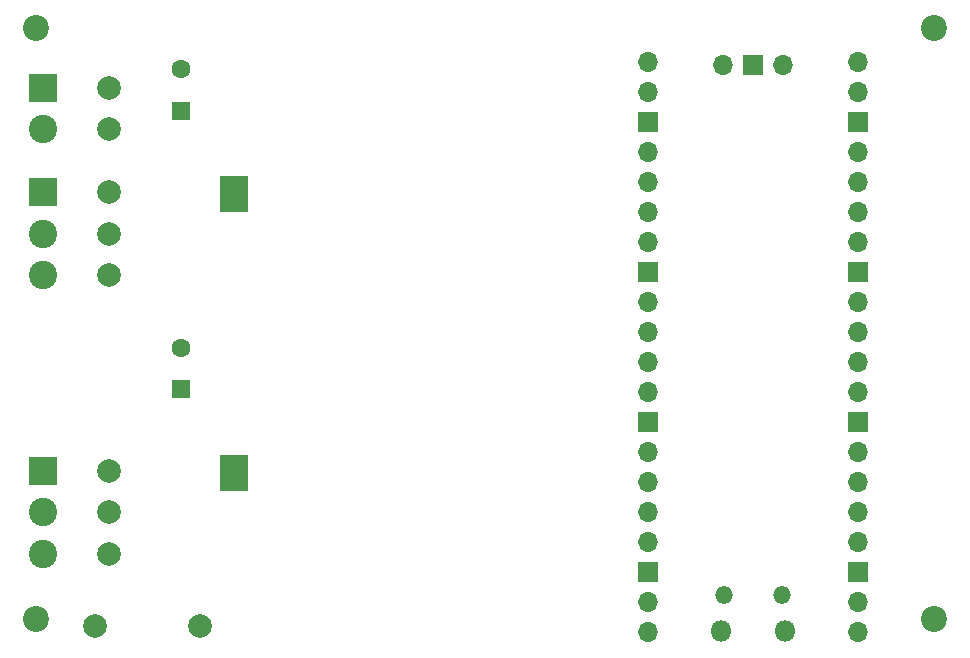
<source format=gbs>
G04 #@! TF.GenerationSoftware,KiCad,Pcbnew,(6.0.2)*
G04 #@! TF.CreationDate,2023-01-29T12:52:02-08:00*
G04 #@! TF.ProjectId,ripplecounter,72697070-6c65-4636-9f75-6e7465722e6b,rev?*
G04 #@! TF.SameCoordinates,Original*
G04 #@! TF.FileFunction,Soldermask,Bot*
G04 #@! TF.FilePolarity,Negative*
%FSLAX46Y46*%
G04 Gerber Fmt 4.6, Leading zero omitted, Abs format (unit mm)*
G04 Created by KiCad (PCBNEW (6.0.2)) date 2023-01-29 12:52:02*
%MOMM*%
%LPD*%
G01*
G04 APERTURE LIST*
%ADD10C,1.500000*%
%ADD11R,2.410000X3.100000*%
%ADD12C,2.000000*%
%ADD13R,1.600000X1.600000*%
%ADD14C,1.600000*%
%ADD15C,2.200000*%
%ADD16O,1.700000X1.700000*%
%ADD17R,1.700000X1.700000*%
%ADD18O,1.800000X1.800000*%
%ADD19O,1.500000X1.500000*%
%ADD20R,2.400000X2.400000*%
%ADD21C,2.400000*%
G04 APERTURE END LIST*
D10*
X69765000Y-91385000D03*
D11*
X69765000Y-90635000D03*
D10*
X69765000Y-89885000D03*
X69765000Y-67785000D03*
D11*
X69765000Y-67035000D03*
D10*
X69765000Y-66285000D03*
D12*
X59215000Y-61550000D03*
D13*
X65300000Y-83596250D03*
D14*
X65300000Y-80096250D03*
D12*
X59215000Y-90500000D03*
X57950000Y-103600000D03*
X59215000Y-73900000D03*
D13*
X65300000Y-59996250D03*
D14*
X65300000Y-56496250D03*
D15*
X129000000Y-53000000D03*
D16*
X111160000Y-56125000D03*
D17*
X113700000Y-56125000D03*
D16*
X116240000Y-56125000D03*
X104810000Y-104155000D03*
X104810000Y-101615000D03*
D17*
X104810000Y-99075000D03*
D16*
X104810000Y-96535000D03*
X104810000Y-93995000D03*
X104810000Y-91455000D03*
X104810000Y-88915000D03*
D17*
X104810000Y-86375000D03*
D16*
X104810000Y-83835000D03*
X104810000Y-81295000D03*
X104810000Y-78755000D03*
X104810000Y-76215000D03*
D17*
X104810000Y-73675000D03*
D16*
X104810000Y-71135000D03*
X104810000Y-68595000D03*
X104810000Y-66055000D03*
X104810000Y-63515000D03*
D17*
X104810000Y-60975000D03*
D16*
X104810000Y-58435000D03*
X104810000Y-55895000D03*
X122590000Y-55895000D03*
X122590000Y-58435000D03*
D17*
X122590000Y-60975000D03*
D16*
X122590000Y-63515000D03*
X122590000Y-66055000D03*
X122590000Y-68595000D03*
X122590000Y-71135000D03*
D17*
X122590000Y-73675000D03*
D16*
X122590000Y-76215000D03*
X122590000Y-78755000D03*
X122590000Y-81295000D03*
X122590000Y-83835000D03*
D17*
X122590000Y-86375000D03*
D16*
X122590000Y-88915000D03*
X122590000Y-91455000D03*
X122590000Y-93995000D03*
X122590000Y-96535000D03*
D17*
X122590000Y-99075000D03*
D16*
X122590000Y-101615000D03*
X122590000Y-104155000D03*
D18*
X110975000Y-104025000D03*
X116425000Y-104025000D03*
D19*
X111275000Y-100995000D03*
X116125000Y-100995000D03*
D15*
X129000000Y-103000000D03*
D20*
X53615000Y-58050000D03*
D21*
X53615000Y-61550000D03*
D15*
X53000000Y-103000000D03*
D12*
X59215000Y-58050000D03*
X59215000Y-66900000D03*
X66850000Y-103600000D03*
D15*
X53000000Y-53000000D03*
D20*
X53615000Y-90500000D03*
D21*
X53615000Y-94000000D03*
X53615000Y-97500000D03*
D12*
X59215000Y-70400000D03*
X59215000Y-97500000D03*
D20*
X53615000Y-66900000D03*
D21*
X53615000Y-70400000D03*
X53615000Y-73900000D03*
D12*
X59215000Y-94000000D03*
M02*

</source>
